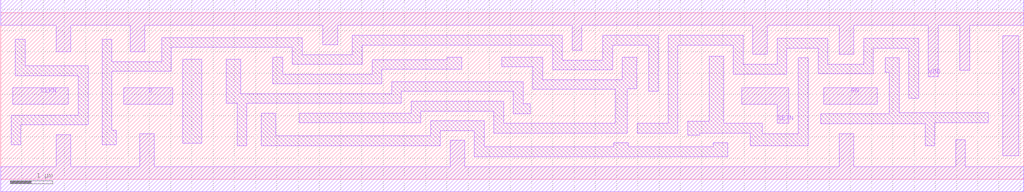
<source format=lef>
# Copyright 2022 GlobalFoundries PDK Authors
#
# Licensed under the Apache License, Version 2.0 (the "License");
# you may not use this file except in compliance with the License.
# You may obtain a copy of the License at
#
#      http://www.apache.org/licenses/LICENSE-2.0
#
# Unless required by applicable law or agreed to in writing, software
# distributed under the License is distributed on an "AS IS" BASIS,
# WITHOUT WARRANTIES OR CONDITIONS OF ANY KIND, either express or implied.
# See the License for the specific language governing permissions and
# limitations under the License.

MACRO gf180mcu_fd_sc_mcu7t5v0__dffnrsnq_1
  CLASS core ;
  FOREIGN gf180mcu_fd_sc_mcu7t5v0__dffnrsnq_1 0.0 0.0 ;
  ORIGIN 0 0 ;
  SYMMETRY X Y ;
  SITE GF018hv5v_mcu_sc7 ;
  SIZE 24.08 BY 3.92 ;
  PIN D
    DIRECTION INPUT ;
    ANTENNAGATEAREA 0.433 ;
    PORT
      LAYER METAL1 ;
        POLYGON 2.89 1.77 4.05 1.77 4.05 2.15 2.89 2.15  ;
    END
  END D
  PIN RN
    DIRECTION INPUT ;
    ANTENNAGATEAREA 1.284 ;
    PORT
      LAYER METAL1 ;
        POLYGON 19.38 1.77 20.63 1.77 20.63 2.15 19.38 2.15  ;
    END
  END RN
  PIN SETN
    DIRECTION INPUT ;
    ANTENNAGATEAREA 1.1495 ;
    PORT
      LAYER METAL1 ;
        POLYGON 17.45 1.77 18.28 1.77 18.28 1.32 18.55 1.32 18.55 2.15 17.45 2.15  ;
    END
  END SETN
  PIN CLKN
    DIRECTION INPUT ;
    USE clock ;
    ANTENNAGATEAREA 0.6755 ;
    PORT
      LAYER METAL1 ;
        POLYGON 0.28 1.77 1.59 1.77 1.59 2.15 0.28 2.15  ;
    END
  END CLKN
  PIN Q
    DIRECTION OUTPUT ;
    ANTENNADIFFAREA 0.8954 ;
    PORT
      LAYER METAL1 ;
        POLYGON 23.585 0.55 23.96 0.55 23.96 3.38 23.585 3.38  ;
    END
  END Q
  PIN VDD
    DIRECTION INOUT ;
    USE power ;
    SHAPE ABUTMENT ;
    PORT
      LAYER METAL1 ;
        POLYGON 0 3.62 1.31 3.62 1.31 3.005 1.65 3.005 1.65 3.62 2.055 3.62 3.05 3.62 3.05 3 3.39 3 3.39 3.62 7.585 3.62 7.585 3.165 7.93 3.165 7.93 3.62 13.45 3.62 13.45 3.035 13.68 3.035 13.68 3.62 15.48 3.62 17.705 3.62 17.705 2.94 18.045 2.94 18.045 3.62 19.745 3.62 19.745 2.94 20.085 2.94 20.085 3.62 21.61 3.62 21.84 3.62 21.84 2.415 22.07 2.415 22.07 3.62 22.58 3.62 22.58 2.565 22.81 2.565 22.81 3.62 23.25 3.62 24.08 3.62 24.08 4.22 23.25 4.22 21.61 4.22 15.48 4.22 2.055 4.22 0 4.22  ;
    END
  END VDD
  PIN VSS
    DIRECTION INOUT ;
    USE ground ;
    SHAPE ABUTMENT ;
    PORT
      LAYER METAL1 ;
        POLYGON 0 -0.3 24.08 -0.3 24.08 0.3 22.71 0.3 22.71 0.93 22.48 0.93 22.48 0.3 20.085 0.3 20.085 1.075 19.745 1.075 19.745 0.3 10.92 0.3 10.92 0.915 10.58 0.915 10.58 0.3 3.61 0.3 3.61 1.075 3.27 1.075 3.27 0.3 1.65 0.3 1.65 1.05 1.31 1.05 1.31 0.3 0 0.3  ;
    END
  END VSS
  OBS
      LAYER METAL1 ;
        POLYGON 0.345 2.435 1.825 2.435 1.825 1.51 0.245 1.51 0.245 0.81 0.475 0.81 0.475 1.28 2.055 1.28 2.055 2.67 0.575 2.67 0.575 3.3 0.345 3.3  ;
        POLYGON 4.29 0.845 4.73 0.845 4.73 2.83 4.29 2.83  ;
        POLYGON 6.405 2.245 8.97 2.245 8.97 2.585 10.85 2.585 10.85 2.875 10.51 2.875 10.51 2.815 8.74 2.815 8.74 2.475 6.635 2.475 6.635 2.87 6.405 2.87  ;
        POLYGON 5.31 1.785 5.565 1.785 5.565 0.79 5.795 0.79 5.795 1.785 9.43 1.785 9.43 2.07 12.07 2.07 12.07 1.545 12.47 1.545 12.47 1.775 12.3 1.775 12.3 2.3 9.2 2.3 9.2 2.015 5.65 2.015 5.65 2.83 5.31 2.83  ;
        POLYGON 11.79 2.645 12.53 2.645 12.53 2.115 14.465 2.115 14.465 1.315 11.84 1.315 11.84 1.835 9.66 1.835 9.66 1.555 7.03 1.555 7.03 1.325 9.89 1.325 9.89 1.605 11.61 1.605 11.61 1.085 14.75 1.085 14.75 2.125 14.975 2.125 14.975 2.875 14.635 2.875 14.635 2.345 12.76 2.345 12.76 2.875 11.79 2.875  ;
        POLYGON 2.615 2.54 4.015 2.54 4.015 3.105 6.865 3.105 6.865 2.705 8.51 2.705 8.51 3.16 12.99 3.16 12.99 2.575 14.405 2.575 14.405 3.16 15.25 3.16 15.25 2.07 15.48 2.07 15.48 3.39 14.175 3.39 14.175 2.805 13.22 2.805 13.22 3.39 8.28 3.39 8.28 2.935 7.095 2.935 7.095 3.335 3.785 3.335 3.785 2.77 2.615 2.77 2.615 3.3 2.385 3.3 2.385 0.81 2.715 0.81 2.715 1.15 2.615 1.15  ;
        POLYGON 6.135 0.79 10.35 0.79 10.35 1.145 11.15 1.145 11.15 0.53 17.115 0.53 17.115 0.855 16.775 0.855 16.775 0.76 14.77 0.76 14.77 0.855 14.43 0.855 14.43 0.76 11.38 0.76 11.38 1.375 10.12 1.375 10.12 1.02 6.475 1.02 6.475 1.555 6.135 1.555  ;
        POLYGON 16.17 1.03 16.455 1.03 16.455 1.085 17.64 1.085 17.64 0.79 19.01 0.79 19.01 2.855 18.78 2.855 18.78 1.075 17.925 1.075 17.925 1.315 17.015 1.315 17.015 2.895 16.675 2.895 16.675 1.37 16.17 1.37  ;
        POLYGON 14.98 1.085 15.94 1.085 15.94 3.16 17.245 3.16 17.245 2.475 18.505 2.475 18.505 3.085 19.24 3.085 19.24 2.48 20.545 2.48 20.545 3.085 21.38 3.085 21.38 1.91 21.61 1.91 21.61 3.32 20.315 3.32 20.315 2.71 19.47 2.71 19.47 3.32 18.275 3.32 18.275 2.71 17.475 2.71 17.475 3.39 15.71 3.39 15.71 1.315 14.98 1.315  ;
        POLYGON 20.82 2.515 20.92 2.515 20.92 1.54 19.305 1.54 19.305 1.31 21.76 1.31 21.76 0.79 21.99 0.79 21.99 1.33 23.25 1.33 23.25 1.56 21.15 1.56 21.15 2.855 20.82 2.855  ;
  END
END gf180mcu_fd_sc_mcu7t5v0__dffnrsnq_1

</source>
